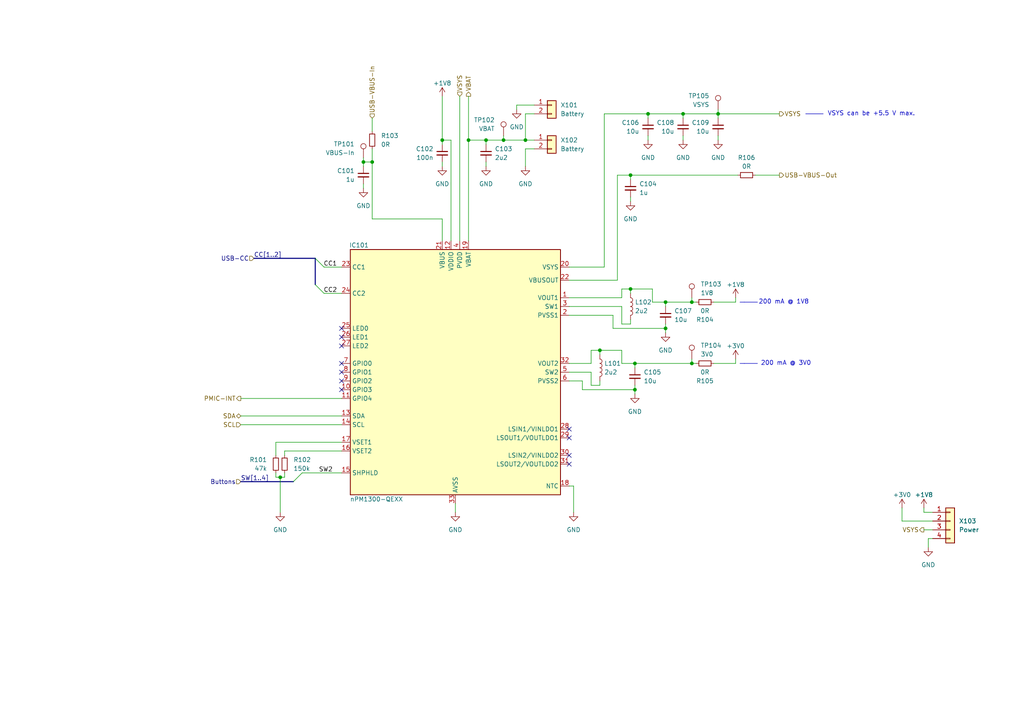
<source format=kicad_sch>
(kicad_sch (version 20250114) (generator "eeschema") (generator_version "9.0")
  (paper "A4")
  (title_block (title "ZSWatch v3 Dev-Kit") (date "2025-05-09") (rev "0") (company "github.com/jakkra/ZSWatch-HW"))
  (lib_symbols
    (symbol "Connector:TestPoint" (pin_numbers (hide yes)) (pin_names (offset 0.762) (hide yes))
      (property "Reference" "TP" (at 0 6.858 0))
      (property "Value" "TestPoint" (at 0 5.08 0))
      (symbol "TestPoint_0_1"
        (circle (center 0 3.302) (radius 0.762))
      )
      (symbol "TestPoint_1_1"
        (pin passive line (at 0 0 90) (length 2.54) (name "1") (number "1"))
      )
    )
    (symbol "Connector_Generic:Conn_01x02" (pin_names (offset 1.016) (hide yes))
      (property "Reference" "J" (at 0 2.54 0))
      (property "Value" "Conn_01x02" (at 0 -5.08 0))
      (symbol "Conn_01x02_1_1"
        (rectangle (start -1.27 1.27) (end 1.27 -3.81) (stroke (width 0.254)) (fill (type background)))
        (rectangle (start -1.27 0.127) (end 0 -0.127) (stroke (width 0.1524)))
        (rectangle (start -1.27 -2.413) (end 0 -2.667) (stroke (width 0.1524)))
        (pin passive line (at -5.08 0 0) (length 3.81) (name "Pin_1") (number "1"))
        (pin passive line (at -5.08 -2.54 0) (length 3.81) (name "Pin_2") (number "2"))
      )
    )
    (symbol "Connector_Generic:Conn_01x04" (pin_names (offset 1.016) (hide yes))
      (property "Reference" "J" (at 0 5.08 0))
      (property "Value" "Conn_01x04" (at 0 -7.62 0))
      (symbol "Conn_01x04_1_1"
        (rectangle (start -1.27 3.81) (end 1.27 -6.35) (stroke (width 0.254)) (fill (type background)))
        (rectangle (start -1.27 2.667) (end 0 2.413) (stroke (width 0.1524)))
        (rectangle (start -1.27 0.127) (end 0 -0.127) (stroke (width 0.1524)))
        (rectangle (start -1.27 -2.413) (end 0 -2.667) (stroke (width 0.1524)))
        (rectangle (start -1.27 -4.953) (end 0 -5.207) (stroke (width 0.1524)))
        (pin passive line (at -5.08 2.54 0) (length 3.81) (name "Pin_1") (number "1"))
        (pin passive line (at -5.08 0 0) (length 3.81) (name "Pin_2") (number "2"))
        (pin passive line (at -5.08 -2.54 0) (length 3.81) (name "Pin_3") (number "3"))
        (pin passive line (at -5.08 -5.08 0) (length 3.81) (name "Pin_4") (number "4"))
      )
    )
    (symbol "Device:C_Small" (pin_numbers (hide yes)) (pin_names (offset 0.254) (hide yes))
      (property "Reference" "C" (at 0.254 1.778 0))
      (property "Value" "C_Small" (at 0.254 -2.032 0))
      (symbol "C_Small_0_1"
        (polyline (pts (xy -1.524 0.508) (xy 1.524 0.508)) (stroke (width 0.3048)))
        (polyline (pts (xy -1.524 -0.508) (xy 1.524 -0.508)) (stroke (width 0.3302)))
      )
      (symbol "C_Small_1_1"
        (pin passive line (at 0 2.54 270) (length 2.032) (name "~") (number "1"))
        (pin passive line (at 0 -2.54 90) (length 2.032) (name "~") (number "2"))
      )
    )
    (symbol "Device:L" (pin_numbers (hide yes)) (pin_names (offset 1.016) (hide yes))
      (property "Reference" "L" (at -1.27 0 90))
      (property "Value" "L" (at 1.905 0 90))
      (symbol "L_0_1"
        (arc (start 0 2.54) (mid 0.6323 1.905) (end 0 1.27))
        (arc (start 0 1.27) (mid 0.6323 0.635) (end 0 0))
        (arc (start 0 0) (mid 0.6323 -0.635) (end 0 -1.27))
        (arc (start 0 -1.27) (mid 0.6323 -1.905) (end 0 -2.54))
      )
      (symbol "L_1_1"
        (pin passive line (at 0 3.81 270) (length 1.27) (name "1") (number "1"))
        (pin passive line (at 0 -3.81 90) (length 1.27) (name "2") (number "2"))
      )
    )
    (symbol "Device:R_Small" (pin_numbers (hide yes)) (pin_names (offset 0.254) (hide yes))
      (property "Reference" "R" (at 0.762 0.508 0))
      (property "Value" "R_Small" (at 0.762 -1.016 0))
      (symbol "R_Small_0_1"
        (rectangle (start -0.762 1.778) (end 0.762 -1.778) (stroke (width 0.2032)))
      )
      (symbol "R_Small_1_1"
        (pin passive line (at 0 2.54 270) (length 0.762) (name "~") (number "1"))
        (pin passive line (at 0 -2.54 90) (length 0.762) (name "~") (number "2"))
      )
    )
    (symbol "Nordic:nPM1300-QEXX"
      (property "Reference" "IC" (at -29.845 36.83 0))
      (property "Value" "nPM1300-QEXX" (at -22.86 -36.83 0))
      (symbol "nPM1300-QEXX_1_0"
        (pin input line (at -33.02 30.48 0) (length 2.54) (name "CC1") (number "23"))
        (pin input line (at -33.02 22.86 0) (length 2.54) (name "CC2") (number "24"))
        (pin output line (at -33.02 12.7 0) (length 2.54) (name "LED0") (number "25"))
        (pin output line (at -33.02 10.16 0) (length 2.54) (name "LED1") (number "26"))
        (pin output line (at -33.02 7.62 0) (length 2.54) (name "LED2") (number "27"))
        (pin bidirectional line (at -33.02 2.54 0) (length 2.54) (name "GPIO0") (number "7"))
        (pin bidirectional line (at -33.02 0 0) (length 2.54) (name "GPIO1") (number "8"))
        (pin bidirectional line (at -33.02 -2.54 0) (length 2.54) (name "GPIO2") (number "9"))
        (pin bidirectional line (at -33.02 -5.08 0) (length 2.54) (name "GPIO3") (number "10"))
        (pin bidirectional line (at -33.02 -7.62 0) (length 2.54) (name "GPIO4") (number "11"))
        (pin bidirectional line (at -33.02 -12.7 0) (length 2.54) (name "SDA") (number "13"))
        (pin input line (at -33.02 -15.24 0) (length 2.54) (name "SCL") (number "14"))
        (pin input line (at -33.02 -20.32 0) (length 2.54) (name "VSET1") (number "17"))
        (pin input line (at -33.02 -22.86 0) (length 2.54) (name "VSET2") (number "16"))
        (pin input line (at -33.02 -29.21 0) (length 2.54) (name "SHPHLD") (number "15"))
        (pin power_in line (at -3.81 38.1 270) (length 2.54) (name "VBUS") (number "21"))
        (pin power_in line (at -1.27 38.1 270) (length 2.54) (name "VDDIO") (number "12"))
        (pin passive line (at 0 -38.1 90) (length 2.54) (name "AVSS") (number "33"))
        (pin power_in line (at 1.27 38.1 270) (length 2.54) (name "PVDD") (number "4"))
        (pin power_in line (at 3.81 38.1 270) (length 2.54) (name "VBAT") (number "19"))
        (pin power_out line (at 33.02 30.48 180) (length 2.54) (name "VSYS") (number "20"))
        (pin power_out line (at 33.02 26.67 180) (length 2.54) (name "VBUSOUT") (number "22"))
        (pin power_out line (at 33.02 21.59 180) (length 2.54) (name "VOUT1") (number "1"))
        (pin input line (at 33.02 19.05 180) (length 2.54) (name "SW1") (number "3"))
        (pin input line (at 33.02 16.51 180) (length 2.54) (name "PVSS1") (number "2"))
        (pin power_out line (at 33.02 2.54 180) (length 2.54) (name "VOUT2") (number "32"))
        (pin input line (at 33.02 0 180) (length 2.54) (name "SW2") (number "5"))
        (pin input line (at 33.02 -2.54 180) (length 2.54) (name "PVSS2") (number "6"))
        (pin bidirectional line (at 33.02 -16.51 180) (length 2.54) (name "LSIN1/VINLDO1") (number "28"))
        (pin bidirectional line (at 33.02 -19.05 180) (length 2.54) (name "LSOUT1/VOUTLDO1") (number "29"))
        (pin bidirectional line (at 33.02 -24.13 180) (length 2.54) (name "LSIN2/VINLDO2") (number "30"))
        (pin bidirectional line (at 33.02 -26.67 180) (length 2.54) (name "LSOUT2/VOUTLDO2") (number "31"))
        (pin input line (at 33.02 -33.02 180) (length 2.54) (name "NTC") (number "18"))
      )
      (symbol "nPM1300-QEXX_1_1"
        (rectangle (start -30.48 35.56) (end 30.48 -35.56) (stroke (width 0.254)) (fill (type background)))
      )
    )
    (symbol "power:+1V8" (power) (pin_names (offset 0))
      (property "Value" "+1V8" (at 0 3.556 0))
      (symbol "+1V8_0_1"
        (polyline (pts (xy -0.762 1.27) (xy 0 2.54)))
        (polyline (pts (xy 0 2.54) (xy 0.762 1.27)))
        (polyline (pts (xy 0 0) (xy 0 2.54)))
      )
      (symbol "+1V8_1_1"
        (pin power_in line (at 0 0 90) (length 0) (hide yes) (name "+1V8") (number "1"))
      )
    )
    (symbol "power:+3V0" (power) (pin_names (offset 0))
      (property "Value" "+3V0" (at 0 3.556 0))
      (symbol "+3V0_0_1"
        (polyline (pts (xy -0.762 1.27) (xy 0 2.54)))
        (polyline (pts (xy 0 2.54) (xy 0.762 1.27)))
        (polyline (pts (xy 0 0) (xy 0 2.54)))
      )
      (symbol "+3V0_1_1"
        (pin power_in line (at 0 0 90) (length 0) (hide yes) (name "+3V0") (number "1"))
      )
    )
    (symbol "power:GND" (power) (pin_names (offset 0))
      (property "Value" "GND" (at 0 -3.81 0))
      (symbol "GND_0_1"
        (polyline (pts (xy 0 0) (xy 0 -1.27) (xy 1.27 -1.27) (xy 0 -2.54) (xy -1.27 -1.27) (xy 0 -1.27)))
      )
      (symbol "GND_1_1"
        (pin power_in line (at 0 0 270) (length 0) (hide yes) (name "GND") (number "1"))
      )
    )
  )
  (text "200 mA @ 1V8" (at 227.33 87.63 0) (effects (font (size 1.27 1.27))))
  (text "VSYS can be +5.5 V max." (at 252.73 33.02 0) (effects (font (size 1.27 1.27))))
  (text "200 mA @ 3V0" (at 227.965 105.41 0) (effects (font (size 1.27 1.27))))
  (junction (at 187.96 33.02))
  (junction (at 182.88 83.82))
  (junction (at 193.04 87.63))
  (junction (at 128.27 40.64))
  (junction (at 182.88 50.8))
  (junction (at 200.66 87.63))
  (junction (at 107.95 46.99))
  (junction (at 198.12 33.02))
  (junction (at 152.4 40.64))
  (junction (at 81.28 138.43))
  (junction (at 146.05 40.64))
  (junction (at 200.66 105.41))
  (junction (at 140.97 40.64))
  (junction (at 193.04 95.25))
  (junction (at 135.89 40.64))
  (junction (at 208.28 33.02))
  (junction (at 184.15 113.03))
  (junction (at 105.41 46.99))
  (junction (at 184.15 105.41))
  (junction (at 173.99 101.6))
  (no_connect (at 99.06 100.33))
  (no_connect (at 99.06 113.03))
  (no_connect (at 99.06 107.95))
  (no_connect (at 165.1 134.62))
  (no_connect (at 99.06 97.79))
  (no_connect (at 99.06 110.49))
  (no_connect (at 165.1 124.46))
  (no_connect (at 99.06 95.25))
  (no_connect (at 99.06 105.41))
  (no_connect (at 165.1 132.08))
  (no_connect (at 165.1 127))
  (bus_entry (at 85.09 139.7) (size 2.54 -2.54))
  (bus_entry (at 93.98 85.09) (size -2.54 -2.54))
  (bus_entry (at 93.98 77.47) (size -2.54 -2.54))
  (wire (pts (xy 180.34 101.6) (xy 180.34 105.41)))
  (wire (pts (xy 81.28 138.43) (xy 81.28 148.59)))
  (wire (pts (xy 140.97 40.64) (xy 140.97 41.91)))
  (wire (pts (xy 200.66 105.41) (xy 200.66 104.14)))
  (wire (pts (xy 208.28 33.02) (xy 208.28 34.29)))
  (wire (pts (xy 171.45 111.76) (xy 173.99 111.76)))
  (wire (pts (xy 135.89 40.64) (xy 135.89 69.85)))
  (wire (pts (xy 208.28 39.37) (xy 208.28 40.64)))
  (wire (pts (xy 146.05 39.37) (xy 146.05 40.64)))
  (wire (pts (xy 165.1 140.97) (xy 166.37 140.97)))
  (wire (pts (xy 189.23 83.82) (xy 189.23 87.63)))
  (wire (pts (xy 69.85 115.57) (xy 99.06 115.57)))
  (wire (pts (xy 180.34 83.82) (xy 182.88 83.82)))
  (wire (pts (xy 184.15 111.76) (xy 184.15 113.03)))
  (wire (pts (xy 165.1 81.28) (xy 179.07 81.28)))
  (wire (pts (xy 213.36 105.41) (xy 213.36 104.14)))
  (wire (pts (xy 261.62 151.13) (xy 261.62 147.32)))
  (wire (pts (xy 182.88 50.8) (xy 182.88 52.07)))
  (wire (pts (xy 168.91 113.03) (xy 184.15 113.03)))
  (wire (pts (xy 193.04 87.63) (xy 193.04 88.9)))
  (wire (pts (xy 149.86 30.48) (xy 154.94 30.48)))
  (wire (pts (xy 270.51 151.13) (xy 261.62 151.13)))
  (wire (pts (xy 93.98 77.47) (xy 99.06 77.47)))
  (wire (pts (xy 80.01 137.16) (xy 80.01 138.43)))
  (wire (pts (xy 146.05 40.64) (xy 152.4 40.64)))
  (wire (pts (xy 105.41 46.99) (xy 105.41 48.26)))
  (wire (pts (xy 173.99 111.76) (xy 173.99 110.49)))
  (wire (pts (xy 200.66 87.63) (xy 201.93 87.63)))
  (wire (pts (xy 175.26 33.02) (xy 175.26 77.47)))
  (wire (pts (xy 135.89 40.64) (xy 140.97 40.64)))
  (bus (pts (xy 73.66 74.93) (xy 91.44 74.93)))
  (wire (pts (xy 182.88 57.15) (xy 182.88 58.42)))
  (wire (pts (xy 81.28 138.43) (xy 82.55 138.43)))
  (wire (pts (xy 128.27 63.5) (xy 128.27 69.85)))
  (wire (pts (xy 193.04 87.63) (xy 200.66 87.63)))
  (wire (pts (xy 177.8 95.25) (xy 193.04 95.25)))
  (wire (pts (xy 184.15 113.03) (xy 184.15 114.3)))
  (wire (pts (xy 165.1 110.49) (xy 168.91 110.49)))
  (wire (pts (xy 69.85 120.65) (xy 99.06 120.65)))
  (wire (pts (xy 128.27 46.99) (xy 128.27 48.26)))
  (polyline (pts (xy 214.63 87.63) (xy 215.9 87.63)))
  (wire (pts (xy 180.34 105.41) (xy 184.15 105.41)))
  (wire (pts (xy 187.96 33.02) (xy 175.26 33.02)))
  (wire (pts (xy 105.41 53.34) (xy 105.41 54.61)))
  (wire (pts (xy 208.28 33.02) (xy 226.06 33.02)))
  (wire (pts (xy 171.45 105.41) (xy 171.45 101.6)))
  (wire (pts (xy 149.86 30.48) (xy 149.86 31.75)))
  (wire (pts (xy 171.45 101.6) (xy 173.99 101.6)))
  (wire (pts (xy 207.01 87.63) (xy 213.36 87.63)))
  (wire (pts (xy 165.1 91.44) (xy 177.8 91.44)))
  (wire (pts (xy 180.34 88.9) (xy 180.34 93.98)))
  (wire (pts (xy 166.37 140.97) (xy 166.37 148.59)))
  (bus (pts (xy 91.44 82.55) (xy 91.44 74.93)))
  (wire (pts (xy 267.97 153.67) (xy 270.51 153.67)))
  (wire (pts (xy 82.55 130.81) (xy 82.55 132.08)))
  (wire (pts (xy 207.01 105.41) (xy 213.36 105.41)))
  (wire (pts (xy 132.08 146.05) (xy 132.08 148.59)))
  (polyline (pts (xy 215.9 87.63) (xy 219.71 87.63)))
  (wire (pts (xy 107.95 63.5) (xy 128.27 63.5)))
  (wire (pts (xy 154.94 33.02) (xy 152.4 33.02)))
  (wire (pts (xy 270.51 156.21) (xy 269.24 156.21)))
  (wire (pts (xy 179.07 50.8) (xy 182.88 50.8)))
  (wire (pts (xy 187.96 33.02) (xy 187.96 34.29)))
  (wire (pts (xy 107.95 34.29) (xy 107.95 38.1)))
  (wire (pts (xy 187.96 33.02) (xy 198.12 33.02)))
  (wire (pts (xy 165.1 86.36) (xy 180.34 86.36)))
  (wire (pts (xy 165.1 105.41) (xy 171.45 105.41)))
  (wire (pts (xy 182.88 93.98) (xy 182.88 92.71)))
  (wire (pts (xy 105.41 46.99) (xy 107.95 46.99)))
  (wire (pts (xy 187.96 39.37) (xy 187.96 40.64)))
  (wire (pts (xy 80.01 138.43) (xy 81.28 138.43)))
  (wire (pts (xy 184.15 105.41) (xy 200.66 105.41)))
  (wire (pts (xy 270.51 148.59) (xy 267.97 148.59)))
  (wire (pts (xy 180.34 86.36) (xy 180.34 83.82)))
  (wire (pts (xy 267.97 148.59) (xy 267.97 147.32)))
  (wire (pts (xy 198.12 33.02) (xy 208.28 33.02)))
  (wire (pts (xy 165.1 77.47) (xy 175.26 77.47)))
  (wire (pts (xy 87.63 137.16) (xy 99.06 137.16)))
  (wire (pts (xy 69.85 123.19) (xy 99.06 123.19)))
  (wire (pts (xy 99.06 130.81) (xy 82.55 130.81)))
  (wire (pts (xy 173.99 101.6) (xy 180.34 101.6)))
  (wire (pts (xy 128.27 27.94) (xy 128.27 40.64)))
  (wire (pts (xy 189.23 87.63) (xy 193.04 87.63)))
  (polyline (pts (xy 214.63 105.41) (xy 215.9 105.41)))
  (wire (pts (xy 107.95 43.18) (xy 107.95 46.99)))
  (wire (pts (xy 168.91 110.49) (xy 168.91 113.03)))
  (polyline (pts (xy 233.68 33.02) (xy 238.76 33.02)))
  (wire (pts (xy 152.4 40.64) (xy 154.94 40.64)))
  (wire (pts (xy 182.88 50.8) (xy 213.995 50.8)))
  (wire (pts (xy 173.99 101.6) (xy 173.99 102.87)))
  (wire (pts (xy 80.01 128.27) (xy 80.01 132.08)))
  (wire (pts (xy 82.55 138.43) (xy 82.55 137.16)))
  (wire (pts (xy 152.4 43.18) (xy 152.4 48.26)))
  (wire (pts (xy 128.27 41.91) (xy 128.27 40.64)))
  (wire (pts (xy 269.24 156.21) (xy 269.24 158.75)))
  (wire (pts (xy 140.97 40.64) (xy 146.05 40.64)))
  (wire (pts (xy 184.15 105.41) (xy 184.15 106.68)))
  (wire (pts (xy 200.66 87.63) (xy 200.66 86.36)))
  (wire (pts (xy 105.41 45.72) (xy 105.41 46.99)))
  (wire (pts (xy 213.36 87.63) (xy 213.36 86.36)))
  (wire (pts (xy 198.12 33.02) (xy 198.12 34.29)))
  (wire (pts (xy 200.66 105.41) (xy 201.93 105.41)))
  (wire (pts (xy 198.12 39.37) (xy 198.12 40.64)))
  (wire (pts (xy 140.97 46.99) (xy 140.97 48.26)))
  (wire (pts (xy 152.4 33.02) (xy 152.4 40.64)))
  (wire (pts (xy 193.04 93.98) (xy 193.04 95.25)))
  (wire (pts (xy 165.1 107.95) (xy 171.45 107.95)))
  (wire (pts (xy 219.075 50.8) (xy 226.06 50.8)))
  (bus (pts (xy 69.85 139.7) (xy 85.09 139.7)))
  (wire (pts (xy 182.88 83.82) (xy 182.88 85.09)))
  (wire (pts (xy 179.07 50.8) (xy 179.07 81.28)))
  (wire (pts (xy 171.45 107.95) (xy 171.45 111.76)))
  (wire (pts (xy 99.06 128.27) (xy 80.01 128.27)))
  (wire (pts (xy 128.27 40.64) (xy 130.81 40.64)))
  (wire (pts (xy 182.88 83.82) (xy 189.23 83.82)))
  (wire (pts (xy 208.28 31.75) (xy 208.28 33.02)))
  (wire (pts (xy 93.98 85.09) (xy 99.06 85.09)))
  (wire (pts (xy 130.81 40.64) (xy 130.81 69.85)))
  (wire (pts (xy 135.89 27.94) (xy 135.89 40.64)))
  (wire (pts (xy 154.94 43.18) (xy 152.4 43.18)))
  (wire (pts (xy 165.1 88.9) (xy 180.34 88.9)))
  (wire (pts (xy 177.8 91.44) (xy 177.8 95.25)))
  (wire (pts (xy 107.95 63.5) (xy 107.95 46.99)))
  (wire (pts (xy 193.04 95.25) (xy 193.04 96.52)))
  (wire (pts (xy 180.34 93.98) (xy 182.88 93.98)))
  (polyline (pts (xy 215.9 105.41) (xy 219.71 105.41)))
  (wire (pts (xy 133.35 69.85) (xy 133.35 27.94)))
  (label "SW[1..4]" (at 69.85 139.7 0))
  (label "CC[1..2]" (at 73.66 74.93 0))
  (label "CC1" (at 97.79 77.47 180))
  (label "CC2" (at 97.79 85.09 180))
  (label "SW2" (at 96.52 137.16 180))
  (hierarchical_label "USB-CC" (shape input) (at 73.66 74.93 180))
  (hierarchical_label "VSYS" (shape output) (at 226.06 33.02 0))
  (hierarchical_label "VBAT" (shape output) (at 135.89 27.94 90))
  (hierarchical_label "USB-VBUS-Out" (shape output) (at 226.06 50.8 0))
  (hierarchical_label "SCL" (shape input) (at 69.85 123.19 180))
  (hierarchical_label "Buttons" (shape input) (at 69.85 139.7 180))
  (hierarchical_label "VSYS" (shape output) (at 267.97 153.67 180))
  (hierarchical_label "SDA" (shape bidirectional) (at 69.85 120.65 180))
  (hierarchical_label "USB-VBUS-In" (shape input) (at 107.95 34.29 90))
  (hierarchical_label "VSYS" (shape input) (at 133.35 27.94 90))
  (hierarchical_label "PMIC-INT" (shape output) (at 69.85 115.57 180))
  (symbol (lib_id "Device:R_Small") (at 216.535 50.8 90) (mirror x) (unit 1)
    (property "Reference" "R106" (at 216.535 45.72 90))
    (property "Value" "0R" (at 216.535 48.26 90))
    (property "Footprint" "Resistor_SMD:R_0805_2012Metric" (effects (hide yes)))
    (property "Datasheet" "https://www.mouser.de/datasheet/2/54/cr-1858361.pdf" (effects (hide yes)))
    (property "manf" "Bourns" (effects (hide yes)))
    (property "manf#" "CR0805-J/-000ELF" (effects (hide yes)))
    (property "mouser#" "652-CR0805-J/-000ELF" (effects (hide yes)))
  )
  (symbol (lib_id "Device:C_Small") (at 182.88 54.61 0) (mirror y) (unit 1)
    (property "Reference" "C104" (at 185.42 53.3463 0) (effects (justify right)))
    (property "Value" "1u" (at 185.42 55.8863 0) (effects (justify right)))
    (property "Footprint" "Capacitor_SMD:C_0402_1005Metric" (effects (hide yes)))
    (property "Datasheet" "https://www.mouser.de/datasheet/2/40/cx5r_KGM-3223198.pdf" (effects (hide yes)))
    (property "manf" "KYOCERA AVX" (effects (hide yes)))
    (property "manf#" "04023D105KAT2A" (effects (hide yes)))
    (property "mouser#" "581-04023D105KAT2A" (effects (hide yes)))
  )
  (symbol (lib_id "power:GND") (at 184.15 114.3 0) (unit 1)
    (property "Reference" "#PWR0111" (effects (hide yes)))
    (property "Value" "GND" (at 184.15 119.38 0))
  )
  (symbol (lib_id "Device:L") (at 173.99 106.68 0) (unit 1)
    (property "Reference" "L101" (at 175.26 105.41 0) (effects (justify left)))
    (property "Value" "2u2" (at 175.26 107.95 0) (effects (justify left)))
    (property "Footprint" "Inductor_SMD_Kampi:L_0806_2016" (effects (hide yes)))
    (property "Datasheet" "https://www.mouser.de/datasheet/2/3/ASMPH_0806-3317972.pdf" (effects (hide yes)))
    (property "manf" "ABRACON" (effects (hide yes)))
    (property "manf#" "ASMPH-0806-2R2M-T" (effects (hide yes)))
    (property "mouser#" "815-ASMPH-0806-2R2M-T" (effects (hide yes)))
  )
  (symbol (lib_id "Device:C_Small") (at 105.41 50.8 0) (unit 1)
    (property "Reference" "C101" (at 102.87 49.5363 0) (effects (justify right)))
    (property "Value" "1u" (at 102.87 52.0763 0) (effects (justify right)))
    (property "Footprint" "Capacitor_SMD:C_0402_1005Metric" (effects (hide yes)))
    (property "Datasheet" "https://www.mouser.de/datasheet/2/40/cx5r_KGM-3223198.pdf" (effects (hide yes)))
    (property "manf" "KYOCERA AVX" (effects (hide yes)))
    (property "manf#" "04023D105KAT2A" (effects (hide yes)))
    (property "mouser#" "581-04023D105KAT2A" (effects (hide yes)))
  )
  (symbol (lib_id "Device:C_Small") (at 184.15 109.22 0) (mirror y) (unit 1)
    (property "Reference" "C105" (at 186.69 107.9563 0) (effects (justify right)))
    (property "Value" "10u" (at 186.69 110.4963 0) (effects (justify right)))
    (property "Footprint" "Capacitor_SMD:C_0402_1005Metric" (effects (hide yes)))
    (property "Datasheet" "https://www.mouser.de/datasheet/2/281/1/GRJ155R60J106ME11_02A-3154972.pdf" (effects (hide yes)))
    (property "manf" "Murata Electronics" (effects (hide yes)))
    (property "manf#" "GRJ155R60J106ME11D" (effects (hide yes)))
    (property "mouser#" "81-GRJ155R60J106ME11D" (effects (hide yes)))
  )
  (symbol (lib_id "Device:R_Small") (at 82.55 134.62 180) (unit 1)
    (property "Reference" "R102" (at 85.09 133.35 0) (effects (justify right)))
    (property "Value" "150k" (at 85.09 135.89 0) (effects (justify right)))
    (property "Footprint" "Resistor_SMD:R_0402_1005Metric" (effects (hide yes)))
    (property "Datasheet" "https://www.mouser.de/datasheet/2/447/YAGEO_PYu_RC_Group_51_RoHS_L_12-3313492.pdf" (effects (hide yes)))
    (property "manf" "YAGEO" (effects (hide yes)))
    (property "manf#" "RC0402FR-07150KL" (effects (hide yes)))
    (property "mouser#" "603-RC0402FR-07150KL" (effects (hide yes)))
  )
  (symbol (lib_id "Connector:TestPoint") (at 105.41 45.72 0) (mirror y) (unit 1) (in_bom no)
    (property "Reference" "TP101" (at 102.87 41.783 0) (effects (justify left)))
    (property "Value" "VBUS-In" (at 102.87 44.323 0) (effects (justify left)))
    (property "Footprint" "TestPoint:TestPoint_Pad_D1.0mm" (effects (hide yes)))
  )
  (symbol (lib_id "power:+1V8") (at 128.27 27.94 0) (unit 1)
    (property "Reference" "#PWR0103" (effects (hide yes)))
    (property "Value" "+1V8" (at 128.27 24.13 0))
  )
  (symbol (lib_id "Device:C_Small") (at 193.04 91.44 0) (mirror y) (unit 1)
    (property "Reference" "C107" (at 195.58 90.1763 0) (effects (justify right)))
    (property "Value" "10u" (at 195.58 92.7163 0) (effects (justify right)))
    (property "Footprint" "Capacitor_SMD:C_0402_1005Metric" (effects (hide yes)))
    (property "Datasheet" "https://www.mouser.de/datasheet/2/281/1/GRJ155R60J106ME11_02A-3154972.pdf" (effects (hide yes)))
    (property "manf" "Murata Electronics" (effects (hide yes)))
    (property "manf#" "GRJ155R60J106ME11D" (effects (hide yes)))
    (property "mouser#" "81-GRJ155R60J106ME11D" (effects (hide yes)))
  )
  (symbol (lib_id "power:GND") (at 198.12 40.64 0) (unit 1)
    (property "Reference" "#PWR0114" (effects (hide yes)))
    (property "Value" "GND" (at 198.12 45.72 0))
  )
  (symbol (lib_id "Device:R_Small") (at 107.95 40.64 0) (mirror y) (unit 1)
    (property "Reference" "R103" (at 110.49 39.3699 0) (effects (justify right)))
    (property "Value" "0R" (at 110.49 41.9099 0) (effects (justify right)))
    (property "Footprint" "Resistor_SMD:R_0805_2012Metric" (effects (hide yes)))
    (property "Datasheet" "https://www.mouser.de/datasheet/2/54/cr-1858361.pdf" (effects (hide yes)))
    (property "manf" "Bourns" (effects (hide yes)))
    (property "manf#" "CR0805-J/-000ELF" (effects (hide yes)))
    (property "mouser#" "652-CR0805-J/-000ELF" (effects (hide yes)))
  )
  (symbol (lib_id "Device:R_Small") (at 80.01 134.62 0) (mirror x) (unit 1)
    (property "Reference" "R101" (at 77.47 133.35 0) (effects (justify right)))
    (property "Value" "47k" (at 77.47 135.89 0) (effects (justify right)))
    (property "Footprint" "Resistor_SMD:R_0402_1005Metric" (effects (hide yes)))
    (property "Datasheet" "https://www.mouser.de/datasheet/2/447/YAGEO_PYu_RC_Group_51_RoHS_L_12-3313492.pdf" (effects (hide yes)))
    (property "manf" "YAGEO" (effects (hide yes)))
    (property "manf#" "RC0402FR-0747KL" (effects (hide yes)))
    (property "mouser#" "603-RC0402FR-0747KL" (effects (hide yes)))
  )
  (symbol (lib_id "Nordic:nPM1300-QEXX") (at 132.08 107.95 0) (unit 1)
    (property "Reference" "IC101" (at 104.14 71.12 0))
    (property "Value" "nPM1300-QEXX" (at 109.22 144.78 0))
    (property "Footprint" "Package_DFN_QFN:QFN-32-1EP_5x5mm_P0.5mm_EP3.6x3.6mm_ThermalVias" (effects (hide yes)))
    (property "Datasheet" "https://docs.nordicsemi.com/category/npm1300-category" (effects (hide yes)))
    (property "manf" "Nordic Semiconductor" (effects (hide yes)))
    (property "manf#" "nPM1300-QEAA-R7" (effects (hide yes)))
    (property "mouser#" "949-NPM1300-QEAA-R7" (effects (hide yes)))
  )
  (symbol (lib_id "Connector_Generic:Conn_01x04") (at 275.59 151.13 0) (unit 1)
    (property "Reference" "X103" (at 278.13 151.1299 0) (effects (justify left)))
    (property "Value" "Power" (at 278.13 153.6699 0) (effects (justify left)))
    (property "Footprint" "Connector_PinHeader_2.54mm:PinHeader_1x04_P2.54mm_Vertical" (effects (hide yes)))
    (property "Datasheet" "https://cdn.amphenol-cs.com/media/wysiwyg/files/documentation/datasheet/boardwiretoboard/bwb_econostik_254headers.pdf" (effects (hide yes)))
    (property "Description" "Generic connector, single row, 01x04, script generated (kicad-library-utils/schlib/autogen/connector/)" (effects (hide yes)))
    (property "manf" "Amphenol FCI" (effects (hide yes)))
    (property "manf#" "10129380-904002ALF" (effects (hide yes)))
    (property "mouser#" "649-10129380-904002ALF" (effects (hide yes)))
  )
  (symbol (lib_id "Device:C_Small") (at 198.12 36.83 0) (unit 1)
    (property "Reference" "C108" (at 195.58 35.5663 0) (effects (justify right)))
    (property "Value" "10u" (at 195.58 38.1063 0) (effects (justify right)))
    (property "Footprint" "Capacitor_SMD:C_0603_1608Metric" (effects (hide yes)))
    (property "Datasheet" "https://www.mouser.de/datasheet/2/40/cx5r_KGM-3223198.pdf" (effects (hide yes)))
    (property "manf" "KYOCERA AVX" (effects (hide yes)))
    (property "manf#" "KGM15CR50J106MT" (effects (hide yes)))
    (property "mouser#" "581-KGM15CR50J106MT" (effects (hide yes)))
  )
  (symbol (lib_id "power:GND") (at 152.4 48.26 0) (unit 1)
    (property "Reference" "#PWR0108" (effects (hide yes)))
    (property "Value" "GND" (at 152.4 53.34 0))
  )
  (symbol (lib_id "power:+3V0") (at 213.36 104.14 0) (unit 1)
    (property "Reference" "#PWR0117" (effects (hide yes)))
    (property "Value" "+3V0" (at 213.36 100.33 0))
  )
  (symbol (lib_id "Device:R_Small") (at 204.47 105.41 270) (mirror x) (unit 1)
    (property "Reference" "R105" (at 204.47 110.49 90))
    (property "Value" "0R" (at 204.47 107.95 90))
    (property "Footprint" "Resistor_SMD:R_0805_2012Metric" (effects (hide yes)))
    (property "Datasheet" "https://www.mouser.de/datasheet/2/54/cr-1858361.pdf" (effects (hide yes)))
    (property "manf" "Bourns" (effects (hide yes)))
    (property "manf#" "CR0805-J/-000ELF" (effects (hide yes)))
    (property "mouser#" "652-CR0805-J/-000ELF" (effects (hide yes)))
  )
  (symbol (lib_id "power:GND") (at 208.28 40.64 0) (unit 1)
    (property "Reference" "#PWR0115" (effects (hide yes)))
    (property "Value" "GND" (at 208.28 45.72 0))
  )
  (symbol (lib_id "power:GND") (at 269.24 158.75 0) (unit 1)
    (property "Reference" "#PWR0120" (effects (hide yes)))
    (property "Value" "GND" (at 269.24 163.83 0))
  )
  (symbol (lib_id "Device:L") (at 182.88 88.9 0) (unit 1)
    (property "Reference" "L102" (at 184.15 87.63 0) (effects (justify left)))
    (property "Value" "2u2" (at 184.15 90.17 0) (effects (justify left)))
    (property "Footprint" "Inductor_SMD_Kampi:L_0806_2016" (effects (hide yes)))
    (property "Datasheet" "https://www.mouser.de/datasheet/2/3/ASMPH_0806-3317972.pdf" (effects (hide yes)))
    (property "manf" "ABRACON" (effects (hide yes)))
    (property "manf#" "ASMPH-0806-2R2M-T" (effects (hide yes)))
    (property "mouser#" "815-ASMPH-0806-2R2M-T" (effects (hide yes)))
  )
  (symbol (lib_id "Connector_Generic:Conn_01x02") (at 160.02 40.64 0) (unit 1)
    (property "Reference" "X102" (at 162.56 40.64 0) (effects (justify left)))
    (property "Value" "Battery" (at 162.56 43.18 0) (effects (justify left)))
    (property "Footprint" "Molex:78171-0002" (effects (hide yes)))
    (property "Datasheet" "https://www.molex.com/en-us/products/part-detail/781710002?display=pdf" (effects (hide yes)))
    (property "manf" "Molex" (effects (hide yes)))
    (property "manf#" "78171-0002" (effects (hide yes)))
    (property "mouser#" "538-78171-0002" (effects (hide yes)))
  )
  (symbol (lib_id "power:GND") (at 132.08 148.59 0) (unit 1)
    (property "Reference" "#PWR0105" (effects (hide yes)))
    (property "Value" "GND" (at 132.08 153.67 0))
  )
  (symbol (lib_id "Device:R_Small") (at 204.47 87.63 270) (mirror x) (unit 1)
    (property "Reference" "R104" (at 204.47 92.71 90))
    (property "Value" "0R" (at 204.47 90.17 90))
    (property "Footprint" "Resistor_SMD:R_0805_2012Metric" (effects (hide yes)))
    (property "Datasheet" "https://www.mouser.de/datasheet/2/54/cr-1858361.pdf" (effects (hide yes)))
    (property "manf" "Bourns" (effects (hide yes)))
    (property "manf#" "CR0805-J/-000ELF" (effects (hide yes)))
    (property "mouser#" "652-CR0805-J/-000ELF" (effects (hide yes)))
  )
  (symbol (lib_id "power:GND") (at 105.41 54.61 0) (unit 1)
    (property "Reference" "#PWR0102" (effects (hide yes)))
    (property "Value" "GND" (at 105.41 59.69 0))
  )
  (symbol (lib_id "Device:C_Small") (at 187.96 36.83 0) (unit 1)
    (property "Reference" "C106" (at 185.42 35.5663 0) (effects (justify right)))
    (property "Value" "10u" (at 185.42 38.1063 0) (effects (justify right)))
    (property "Footprint" "Capacitor_SMD:C_0603_1608Metric" (effects (hide yes)))
    (property "Datasheet" "https://www.mouser.de/datasheet/2/40/cx5r_KGM-3223198.pdf" (effects (hide yes)))
    (property "manf" "KYOCERA AVX" (effects (hide yes)))
    (property "manf#" "KGM15CR50J106MT" (effects (hide yes)))
    (property "mouser#" "581-KGM15CR50J106MT" (effects (hide yes)))
  )
  (symbol (lib_id "Connector_Generic:Conn_01x02") (at 160.02 30.48 0) (unit 1)
    (property "Reference" "X101" (at 162.56 30.4799 0) (effects (justify left)))
    (property "Value" "Battery" (at 162.56 33.0199 0) (effects (justify left)))
    (property "Footprint" "Connector_PinHeader_2.54mm:PinHeader_1x02_P2.54mm_Vertical" (effects (hide yes)))
    (property "Datasheet" "https://cdn.amphenol-cs.com/media/wysiwyg/files/documentation/datasheet/boardwiretoboard/bwb_econostik_254headers.pdf" (effects (hide yes)))
    (property "Description" "Generic connector, single row, 01x02, script generated (kicad-library-utils/schlib/autogen/connector/)" (effects (hide yes)))
    (property "manf" "Amphenol FCI" (effects (hide yes)))
    (property "manf#" "10129380-902001BLF" (effects (hide yes)))
    (property "mouser#" "649-1012938090201BLF" (effects (hide yes)))
  )
  (symbol (lib_id "Device:C_Small") (at 140.97 44.45 0) (mirror y) (unit 1)
    (property "Reference" "C103" (at 143.51 43.1863 0) (effects (justify right)))
    (property "Value" "2u2" (at 143.51 45.7263 0) (effects (justify right)))
    (property "Footprint" "Capacitor_SMD:C_0402_1005Metric" (effects (hide yes)))
    (property "Datasheet" "https://www.mouser.de/datasheet/2/40/cx5r_KGM-3223198.pdf" (effects (hide yes)))
    (property "manf" "KYOCERA AVX" (effects (hide yes)))
    (property "manf#" "04026D105MAT4A" (effects (hide yes)))
    (property "mouser#" "581-04026D105MAT4A" (effects (hide yes)))
  )
  (symbol (lib_id "power:+3V0") (at 261.62 147.32 0) (unit 1)
    (property "Reference" "#PWR0118" (effects (hide yes)))
    (property "Value" "+3V0" (at 261.62 143.51 0))
  )
  (symbol (lib_id "power:GND") (at 187.96 40.64 0) (unit 1)
    (property "Reference" "#PWR0112" (effects (hide yes)))
    (property "Value" "GND" (at 187.96 45.72 0))
  )
  (symbol (lib_id "Connector:TestPoint") (at 146.05 39.37 0) (unit 1) (in_bom no)
    (property "Reference" "TP102" (at 143.51 34.7979 0) (effects (justify right)))
    (property "Value" "VBAT" (at 143.51 37.3379 0) (effects (justify right)))
    (property "Footprint" "TestPoint:TestPoint_Pad_D1.0mm" (effects (hide yes)))
  )
  (symbol (lib_id "power:+1V8") (at 213.36 86.36 0) (unit 1)
    (property "Reference" "#PWR0116" (effects (hide yes)))
    (property "Value" "+1V8" (at 213.36 82.55 0))
  )
  (symbol (lib_id "Connector:TestPoint") (at 200.66 104.14 0) (unit 1) (in_bom no)
    (property "Reference" "TP104" (at 203.2 100.203 0) (effects (justify left)))
    (property "Value" "3V0" (at 203.2 102.743 0) (effects (justify left)))
    (property "Footprint" "TestPoint:TestPoint_Pad_D1.0mm" (effects (hide yes)))
  )
  (symbol (lib_id "power:GND") (at 182.88 58.42 0) (unit 1)
    (property "Reference" "#PWR0110" (effects (hide yes)))
    (property "Value" "GND" (at 182.88 63.5 0))
  )
  (symbol (lib_id "power:+1V8") (at 267.97 147.32 0) (unit 1)
    (property "Reference" "#PWR0119" (effects (hide yes)))
    (property "Value" "+1V8" (at 267.97 143.51 0))
  )
  (symbol (lib_id "power:GND") (at 149.86 31.75 0) (unit 1)
    (property "Reference" "#PWR0107" (effects (hide yes)))
    (property "Value" "GND" (at 149.86 36.83 0))
  )
  (symbol (lib_id "Device:C_Small") (at 128.27 44.45 0) (unit 1)
    (property "Reference" "C102" (at 125.73 43.1863 0) (effects (justify right)))
    (property "Value" "100n" (at 125.73 45.7263 0) (effects (justify right)))
    (property "Footprint" "Capacitor_SMD:C_0402_1005Metric" (effects (hide yes)))
    (property "Datasheet" "https://www.mouser.de/datasheet/2/40/KGM_X7R-3223212.pdf" (effects (hide yes)))
    (property "manf" "KYOCERA AVX" (effects (hide yes)))
    (property "manf#" "0402ZC104KAT4A" (effects (hide yes)))
    (property "mouser#" "581-0402ZC104KAT4A" (effects (hide yes)))
  )
  (symbol (lib_id "Device:C_Small") (at 208.28 36.83 0) (unit 1)
    (property "Reference" "C109" (at 205.74 35.5663 0) (effects (justify right)))
    (property "Value" "10u" (at 205.74 38.1063 0) (effects (justify right)))
    (property "Footprint" "Capacitor_SMD:C_0603_1608Metric" (effects (hide yes)))
    (property "Datasheet" "https://www.mouser.de/datasheet/2/40/cx5r_KGM-3223198.pdf" (effects (hide yes)))
    (property "manf" "KYOCERA AVX" (effects (hide yes)))
    (property "manf#" "KGM15CR50J106MT" (effects (hide yes)))
    (property "mouser#" "581-KGM15CR50J106MT" (effects (hide yes)))
  )
  (symbol (lib_id "power:GND") (at 166.37 148.59 0) (unit 1)
    (property "Reference" "#PWR0109" (effects (hide yes)))
    (property "Value" "GND" (at 166.37 153.67 0))
  )
  (symbol (lib_id "Connector:TestPoint") (at 208.28 31.75 0) (mirror y) (unit 1) (in_bom no)
    (property "Reference" "TP105" (at 205.74 27.813 0) (effects (justify left)))
    (property "Value" "VSYS" (at 205.74 30.353 0) (effects (justify left)))
    (property "Footprint" "TestPoint:TestPoint_Pad_D1.0mm" (effects (hide yes)))
  )
  (symbol (lib_id "power:GND") (at 140.97 48.26 0) (unit 1)
    (property "Reference" "#PWR0106" (effects (hide yes)))
    (property "Value" "GND" (at 140.97 53.34 0))
  )
  (symbol (lib_id "Connector:TestPoint") (at 200.66 86.36 0) (unit 1) (in_bom no)
    (property "Reference" "TP103" (at 203.2 82.423 0) (effects (justify left)))
    (property "Value" "1V8" (at 203.2 84.963 0) (effects (justify left)))
    (property "Footprint" "TestPoint:TestPoint_Pad_D1.0mm" (effects (hide yes)))
  )
  (symbol (lib_id "power:GND") (at 193.04 96.52 0) (unit 1)
    (property "Reference" "#PWR0113" (effects (hide yes)))
    (property "Value" "GND" (at 193.04 101.6 0))
  )
  (symbol (lib_id "power:GND") (at 128.27 48.26 0) (unit 1)
    (property "Reference" "#PWR0104" (effects (hide yes)))
    (property "Value" "GND" (at 128.27 53.34 0))
  )
  (symbol (lib_id "power:GND") (at 81.28 148.59 0) (unit 1)
    (property "Reference" "#PWR0101" (effects (hide yes)))
    (property "Value" "GND" (at 81.28 153.67 0))
  )
)
</source>
